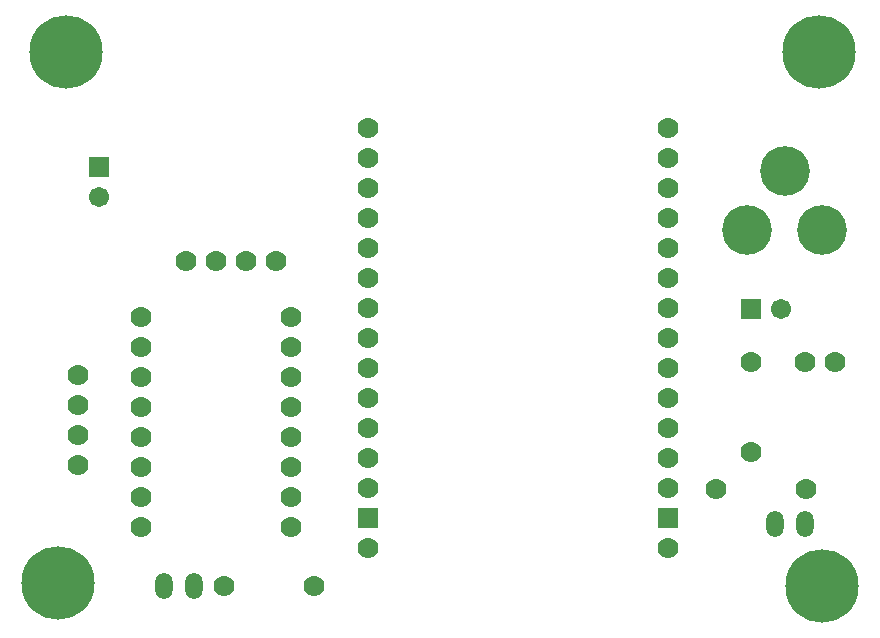
<source format=gts>
G04 Layer_Color=8388736*
%FSLAX24Y24*%
%MOIN*%
G70*
G01*
G75*
%ADD24O,0.0580X0.0880*%
%ADD25R,0.0700X0.0700*%
%ADD26C,0.0700*%
%ADD27C,0.1655*%
%ADD28C,0.2442*%
%ADD29C,0.0700*%
%ADD30C,0.0671*%
%ADD31R,0.0671X0.0671*%
%ADD32R,0.0671X0.0671*%
G54D24*
X6421Y26756D02*
D03*
X5421D02*
D03*
X26795Y28823D02*
D03*
X25795D02*
D03*
G54D25*
X12213Y29012D02*
D03*
X22213D02*
D03*
G54D26*
Y42012D02*
D03*
Y41012D02*
D03*
Y40012D02*
D03*
Y39012D02*
D03*
Y38012D02*
D03*
Y37012D02*
D03*
Y36012D02*
D03*
Y35012D02*
D03*
Y34012D02*
D03*
Y33012D02*
D03*
Y32012D02*
D03*
Y31012D02*
D03*
Y30012D02*
D03*
Y28012D02*
D03*
X12213D02*
D03*
Y30012D02*
D03*
Y31012D02*
D03*
Y32012D02*
D03*
Y33012D02*
D03*
Y34012D02*
D03*
Y35012D02*
D03*
Y36012D02*
D03*
Y37012D02*
D03*
Y38012D02*
D03*
Y39012D02*
D03*
Y40012D02*
D03*
Y41012D02*
D03*
Y42012D02*
D03*
X9161Y37583D02*
D03*
X8161D02*
D03*
X7161D02*
D03*
X6161D02*
D03*
X9654Y28724D02*
D03*
Y29724D02*
D03*
Y30724D02*
D03*
Y31724D02*
D03*
Y32724D02*
D03*
Y33724D02*
D03*
Y34724D02*
D03*
Y35724D02*
D03*
X4654D02*
D03*
Y34724D02*
D03*
Y33724D02*
D03*
Y32724D02*
D03*
Y31724D02*
D03*
Y30724D02*
D03*
Y29724D02*
D03*
Y28724D02*
D03*
X2567Y33791D02*
D03*
Y32791D02*
D03*
Y31791D02*
D03*
Y30791D02*
D03*
G54D27*
X26110Y40610D02*
D03*
X24870Y38626D02*
D03*
X27350D02*
D03*
G54D28*
X2173Y44571D02*
D03*
X1878Y26854D02*
D03*
X27370Y26756D02*
D03*
X27272Y44571D02*
D03*
G54D29*
X23827Y29984D02*
D03*
X26827D02*
D03*
X27780Y34236D02*
D03*
X26780D02*
D03*
X24988D02*
D03*
Y31236D02*
D03*
X10441Y26776D02*
D03*
X7441D02*
D03*
G54D30*
X26008Y36008D02*
D03*
X3256Y39732D02*
D03*
G54D31*
X25008Y36008D02*
D03*
G54D32*
X3256Y40732D02*
D03*
M02*

</source>
